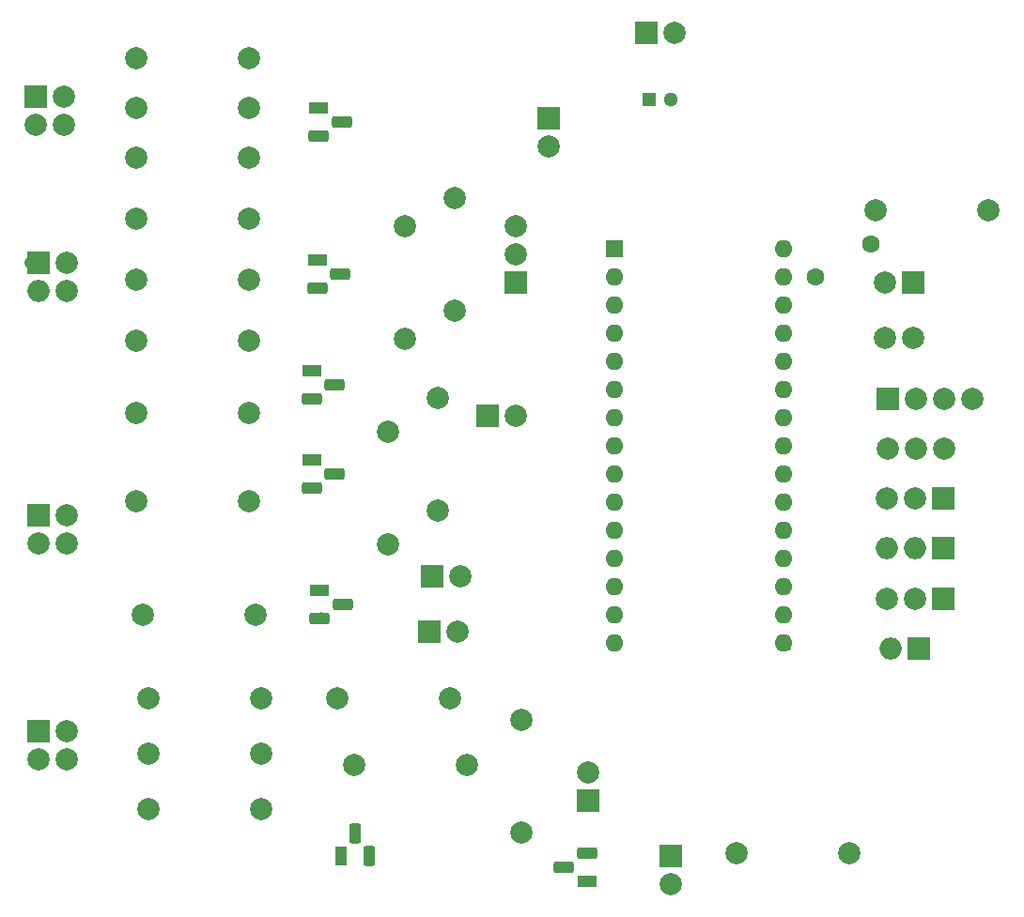
<source format=gbr>
%TF.GenerationSoftware,KiCad,Pcbnew,8.0.6*%
%TF.CreationDate,2024-12-04T16:16:46+01:00*%
%TF.ProjectId,smart home,736d6172-7420-4686-9f6d-652e6b696361,rev?*%
%TF.SameCoordinates,Original*%
%TF.FileFunction,Copper,L1,Top*%
%TF.FilePolarity,Positive*%
%FSLAX46Y46*%
G04 Gerber Fmt 4.6, Leading zero omitted, Abs format (unit mm)*
G04 Created by KiCad (PCBNEW 8.0.6) date 2024-12-04 16:16:46*
%MOMM*%
%LPD*%
G01*
G04 APERTURE LIST*
G04 Aperture macros list*
%AMRoundRect*
0 Rectangle with rounded corners*
0 $1 Rounding radius*
0 $2 $3 $4 $5 $6 $7 $8 $9 X,Y pos of 4 corners*
0 Add a 4 corners polygon primitive as box body*
4,1,4,$2,$3,$4,$5,$6,$7,$8,$9,$2,$3,0*
0 Add four circle primitives for the rounded corners*
1,1,$1+$1,$2,$3*
1,1,$1+$1,$4,$5*
1,1,$1+$1,$6,$7*
1,1,$1+$1,$8,$9*
0 Add four rect primitives between the rounded corners*
20,1,$1+$1,$2,$3,$4,$5,0*
20,1,$1+$1,$4,$5,$6,$7,0*
20,1,$1+$1,$6,$7,$8,$9,0*
20,1,$1+$1,$8,$9,$2,$3,0*%
G04 Aperture macros list end*
%TA.AperFunction,ComponentPad*%
%ADD10C,2.000000*%
%TD*%
%TA.AperFunction,ComponentPad*%
%ADD11R,2.000000X2.000000*%
%TD*%
%TA.AperFunction,ComponentPad*%
%ADD12R,1.800000X1.100000*%
%TD*%
%TA.AperFunction,ComponentPad*%
%ADD13RoundRect,0.275000X0.625000X-0.275000X0.625000X0.275000X-0.625000X0.275000X-0.625000X-0.275000X0*%
%TD*%
%TA.AperFunction,ComponentPad*%
%ADD14O,2.000000X2.000000*%
%TD*%
%TA.AperFunction,ComponentPad*%
%ADD15R,1.100000X1.800000*%
%TD*%
%TA.AperFunction,ComponentPad*%
%ADD16RoundRect,0.275000X-0.275000X-0.625000X0.275000X-0.625000X0.275000X0.625000X-0.275000X0.625000X0*%
%TD*%
%TA.AperFunction,ComponentPad*%
%ADD17RoundRect,0.275000X-0.625000X0.275000X-0.625000X-0.275000X0.625000X-0.275000X0.625000X0.275000X0*%
%TD*%
%TA.AperFunction,ComponentPad*%
%ADD18R,1.600000X1.600000*%
%TD*%
%TA.AperFunction,ComponentPad*%
%ADD19O,1.600000X1.600000*%
%TD*%
%TA.AperFunction,ComponentPad*%
%ADD20C,1.300000*%
%TD*%
%TA.AperFunction,ComponentPad*%
%ADD21R,1.300000X1.300000*%
%TD*%
%TA.AperFunction,ViaPad*%
%ADD22C,1.600000*%
%TD*%
%TA.AperFunction,Conductor*%
%ADD23C,0.500000*%
%TD*%
%TA.AperFunction,Conductor*%
%ADD24C,0.300000*%
%TD*%
%TA.AperFunction,Conductor*%
%ADD25C,1.000000*%
%TD*%
G04 APERTURE END LIST*
D10*
%TO.P,R9,1*%
%TO.N,Net-(RGB2-B)*%
X38280000Y-46230000D03*
%TO.P,R9,2*%
%TO.N,Net-(Q2-C)*%
X48440000Y-46230000D03*
%TD*%
D11*
%TO.P,RGB1,1*%
%TO.N,VCC*%
X29250000Y-35210000D03*
D10*
%TO.P,RGB1,2*%
%TO.N,Net-(RGB1-B)*%
X29250000Y-37750000D03*
%TO.P,RGB1,3*%
%TO.N,Net-(RGB1-R)*%
X31790000Y-35210000D03*
%TO.P,RGB1,4*%
%TO.N,Net-(RGB1-G)*%
X31790000Y-37750000D03*
%TD*%
%TO.P,R7,1*%
%TO.N,Net-(RGB2-R)*%
X38280000Y-57230000D03*
%TO.P,R7,2*%
%TO.N,Net-(Q2-C)*%
X48440000Y-57230000D03*
%TD*%
D11*
%TO.P,RGB4,1*%
%TO.N,VCC*%
X29460000Y-92460000D03*
D10*
%TO.P,RGB4,2*%
%TO.N,Net-(RGB4-B)*%
X29460000Y-95000000D03*
%TO.P,RGB4,3*%
%TO.N,Net-(RGB4-R)*%
X32000000Y-92460000D03*
%TO.P,RGB4,4*%
%TO.N,Net-(RGB4-G)*%
X32000000Y-95000000D03*
%TD*%
D12*
%TO.P,Q3,1,C*%
%TO.N,Net-(M1--)*%
X78900000Y-106040000D03*
D13*
%TO.P,Q3,2,B*%
%TO.N,Net-(Q3-B)*%
X76830000Y-104770000D03*
%TO.P,Q3,3,E*%
%TO.N,GND*%
X78900000Y-103500000D03*
%TD*%
D11*
%TO.P,SW6,1,A*%
%TO.N,GND*%
X108775000Y-85000000D03*
D14*
%TO.P,SW6,2,B*%
%TO.N,fan switch*%
X106235000Y-85000000D03*
%TD*%
D11*
%TO.P,M1,1,+*%
%TO.N,Net-(M1-+)*%
X86500000Y-103725000D03*
D10*
%TO.P,M1,2,-*%
%TO.N,Net-(M1--)*%
X86500000Y-106265000D03*
%TD*%
%TO.P,R20,1*%
%TO.N,LDR*%
X115080000Y-45500000D03*
%TO.P,R20,2*%
%TO.N,GND*%
X104920000Y-45500000D03*
%TD*%
D11*
%TO.P,BT1,1,+*%
%TO.N,VCC*%
X84225000Y-29500000D03*
D10*
%TO.P,BT1,2,-*%
%TO.N,GND*%
X86765000Y-29500000D03*
%TD*%
%TO.P,R6,1*%
%TO.N,Net-(RGB1-B)*%
X38280000Y-40730000D03*
%TO.P,R6,2*%
%TO.N,Net-(Q1-C)*%
X48440000Y-40730000D03*
%TD*%
%TO.P,R24,1*%
%TO.N,Net-(RGB2-G)*%
X38280000Y-51730000D03*
%TO.P,R24,2*%
%TO.N,Net-(Q2-C)*%
X48440000Y-51730000D03*
%TD*%
%TO.P,RV3B1,1,1*%
%TO.N,GND*%
X111080000Y-67000000D03*
%TO.P,RV3B1,2,3*%
%TO.N,R3-B*%
X106000000Y-67000000D03*
%TO.P,RV3B1,3,2*%
%TO.N,+5V*%
X108540000Y-67000000D03*
%TD*%
D15*
%TO.P,Q9,1,C*%
%TO.N,Net-(Q9-C)*%
X56730000Y-103760000D03*
D16*
%TO.P,Q9,2,B*%
%TO.N,Net-(Q9-B)*%
X58000000Y-101690000D03*
%TO.P,Q9,3,E*%
%TO.N,GND*%
X59270000Y-103760000D03*
%TD*%
D11*
%TO.P,LCD_20x1,1,SDA*%
%TO.N,SDA*%
X106000000Y-62500000D03*
D10*
%TO.P,LCD_20x1,2,SCL*%
%TO.N,SCL*%
X108540000Y-62500000D03*
%TO.P,LCD_20x1,3,Vcc*%
%TO.N,+5V*%
X111080000Y-62500000D03*
%TO.P,LCD_20x1,4,GND*%
%TO.N,GND*%
X113620000Y-62500000D03*
%TD*%
D11*
%TO.P,SW4,1,1*%
%TO.N,GND*%
X64725000Y-83500000D03*
D10*
%TO.P,SW4,2,2*%
%TO.N,C_button_2*%
X67265000Y-83500000D03*
%TD*%
D11*
%TO.P,SW1,1,A*%
%TO.N,GND*%
X64960000Y-78500000D03*
D10*
%TO.P,SW1,2,B*%
%TO.N,R2_S1*%
X67500000Y-78500000D03*
%TD*%
D12*
%TO.P,Q6,1,C*%
%TO.N,GND*%
X54100000Y-60000000D03*
D17*
%TO.P,Q6,2,B*%
%TO.N,Net-(Q6-B)*%
X56170000Y-61270000D03*
%TO.P,Q6,3,E*%
%TO.N,Net-(Q6-C)*%
X54100000Y-62540000D03*
%TD*%
D10*
%TO.P,R2,1*%
%TO.N,R1-enable*%
X62500000Y-57080000D03*
%TO.P,R2,2*%
%TO.N,Net-(Q2-B)*%
X62500000Y-46920000D03*
%TD*%
D11*
%TO.P,RGB3,1*%
%TO.N,VCC*%
X29500000Y-73000000D03*
D10*
%TO.P,RGB3,2*%
%TO.N,Net-(RGB3-B)*%
X29500000Y-75540000D03*
%TO.P,RGB3,3*%
%TO.N,Net-(RGB3-R)*%
X32040000Y-73000000D03*
%TO.P,RGB3,4*%
%TO.N,Net-(RGB3-G)*%
X32040000Y-75540000D03*
%TD*%
%TO.P,R1,1*%
%TO.N,R2-enable*%
X67000000Y-54580000D03*
%TO.P,R1,2*%
%TO.N,Net-(Q1-B)*%
X67000000Y-44420000D03*
%TD*%
%TO.P,R23,1*%
%TO.N,+5V*%
X108275000Y-57000000D03*
%TO.P,R23,2*%
%TO.N,LDR*%
X105735000Y-57000000D03*
%TD*%
D11*
%TO.P,RV3R1,1,1*%
%TO.N,GND*%
X111040000Y-76000000D03*
D14*
%TO.P,RV3R1,2,3*%
%TO.N,R3-R*%
X105960000Y-76000000D03*
%TO.P,RV3R1,3,2*%
%TO.N,+5V*%
X108500000Y-76000000D03*
%TD*%
D12*
%TO.P,Q7,1,C*%
%TO.N,Net-(Q7-C)*%
X54100000Y-68000000D03*
D17*
%TO.P,Q7,2,B*%
%TO.N,Net-(Q7-B)*%
X56170000Y-69270000D03*
%TO.P,Q7,3,E*%
%TO.N,GND*%
X54100000Y-70540000D03*
%TD*%
D12*
%TO.P,Q1,1,C*%
%TO.N,Net-(Q1-C)*%
X54740000Y-36230000D03*
D17*
%TO.P,Q1,2,B*%
%TO.N,Net-(Q1-B)*%
X56810000Y-37500000D03*
%TO.P,Q1,3,E*%
%TO.N,GND*%
X54740000Y-38770000D03*
%TD*%
D11*
%TO.P,RGB2,1*%
%TO.N,VCC*%
X29460000Y-50210000D03*
D14*
%TO.P,RGB2,2*%
%TO.N,Net-(RGB2-R)*%
X29460000Y-52750000D03*
D10*
%TO.P,RGB2,3*%
%TO.N,Net-(RGB2-B)*%
X32000000Y-50210000D03*
%TO.P,RGB2,4*%
%TO.N,Net-(RGB2-G)*%
X32000000Y-52750000D03*
%TD*%
%TO.P,R11,1*%
%TO.N,Net-(Q7-B)*%
X61000000Y-65420000D03*
%TO.P,R11,2*%
%TO.N,R3G enable*%
X61000000Y-75580000D03*
%TD*%
D11*
%TO.P,RV3G1,1,1*%
%TO.N,GND*%
X111025000Y-71500000D03*
D10*
%TO.P,RV3G1,2,3*%
%TO.N,R3-G*%
X105945000Y-71500000D03*
%TO.P,RV3G1,3,2*%
%TO.N,+5V*%
X108485000Y-71500000D03*
%TD*%
%TO.P,R13,1*%
%TO.N,Net-(RGB3-G)*%
X38280000Y-71730000D03*
%TO.P,R13,2*%
%TO.N,Net-(Q7-C)*%
X48440000Y-71730000D03*
%TD*%
%TO.P,R17,1*%
%TO.N,VCC*%
X102580000Y-103500000D03*
%TO.P,R17,2*%
%TO.N,Net-(M1-+)*%
X92420000Y-103500000D03*
%TD*%
D11*
%TO.P,SW2,1,A*%
%TO.N,GND*%
X79000000Y-98775000D03*
D10*
%TO.P,SW2,2,B*%
%TO.N,R2_S2*%
X79000000Y-96235000D03*
%TD*%
%TO.P,R15,1*%
%TO.N,Net-(Q8-C)*%
X49080000Y-82000000D03*
%TO.P,R15,2*%
%TO.N,Net-(RGB3-B)*%
X38920000Y-82000000D03*
%TD*%
%TO.P,R10,1*%
%TO.N,Net-(Q6-B)*%
X65500000Y-62420000D03*
%TO.P,R10,2*%
%TO.N,R3R enable*%
X65500000Y-72580000D03*
%TD*%
%TO.P,R19,1*%
%TO.N,Net-(RGB4-B)*%
X39420000Y-99500000D03*
%TO.P,R19,2*%
%TO.N,Net-(Q9-C)*%
X49580000Y-99500000D03*
%TD*%
D11*
%TO.P,HC\u2013SR505PIR1,1,GND(-)*%
%TO.N,GND*%
X72500000Y-52025000D03*
D10*
%TO.P,HC\u2013SR505PIR1,2,Signal_O/P(S)*%
%TO.N,MC_signal*%
X72500000Y-49485000D03*
%TO.P,HC\u2013SR505PIR1,3,Possitive_ps*%
%TO.N,VCC*%
X72500000Y-46945000D03*
%TD*%
D11*
%TO.P,SW5,1,1*%
%TO.N,GND*%
X75500000Y-37225000D03*
D10*
%TO.P,SW5,2,2*%
%TO.N,C_button_1*%
X75500000Y-39765000D03*
%TD*%
%TO.P,R16,1*%
%TO.N,Net-(Q9-B)*%
X57920000Y-95500000D03*
%TO.P,R16,2*%
%TO.N,MD_light_enable*%
X68080000Y-95500000D03*
%TD*%
D12*
%TO.P,Q8,1,C*%
%TO.N,GND*%
X54830000Y-79730000D03*
D17*
%TO.P,Q8,2,B*%
%TO.N,Net-(Q8-B)*%
X56900000Y-81000000D03*
%TO.P,Q8,3,E*%
%TO.N,Net-(Q8-C)*%
X54830000Y-82270000D03*
%TD*%
D10*
%TO.P,R8,1*%
%TO.N,Net-(RGB4-G)*%
X39420000Y-94500000D03*
%TO.P,R8,2*%
%TO.N,Net-(Q9-C)*%
X49580000Y-94500000D03*
%TD*%
D11*
%TO.P,SW7,1,1*%
%TO.N,GND*%
X69960000Y-64000000D03*
D10*
%TO.P,SW7,2,2*%
%TO.N,C_button_3*%
X72500000Y-64000000D03*
%TD*%
%TO.P,R12,1*%
%TO.N,Net-(RGB3-R)*%
X38280000Y-63730000D03*
%TO.P,R12,2*%
%TO.N,Net-(Q6-C)*%
X48440000Y-63730000D03*
%TD*%
D18*
%TO.P,A1,1,D1/TX*%
%TO.N,C_button_1*%
X81390000Y-48950000D03*
D19*
%TO.P,A1,2,D0/RX*%
%TO.N,MC_signal*%
X81390000Y-51490000D03*
%TO.P,A1,3,~{RESET}*%
%TO.N,unconnected-(A1-~{RESET}-Pad3)*%
X81390000Y-54030000D03*
%TO.P,A1,4,GND*%
%TO.N,GND*%
X81390000Y-56570000D03*
%TO.P,A1,5,D2*%
%TO.N,R2-enable*%
X81390000Y-59110000D03*
%TO.P,A1,6,D3*%
%TO.N,R1-enable*%
X81390000Y-61650000D03*
%TO.P,A1,7,D4*%
%TO.N,C_button_3*%
X81390000Y-64190000D03*
%TO.P,A1,8,D5*%
%TO.N,R3R enable*%
X81390000Y-66730000D03*
%TO.P,A1,9,D6*%
%TO.N,R3G enable*%
X81390000Y-69270000D03*
%TO.P,A1,10,D7*%
%TO.N,R2_S1*%
X81390000Y-71810000D03*
%TO.P,A1,11,D8*%
%TO.N,C_button_2*%
X81390000Y-74350000D03*
%TO.P,A1,12,D9*%
%TO.N,R3B enable*%
X81390000Y-76890000D03*
%TO.P,A1,13,D10*%
%TO.N,MD_light_enable*%
X81390000Y-79430000D03*
%TO.P,A1,14,D11*%
%TO.N,fan enable*%
X81390000Y-81970000D03*
%TO.P,A1,15,D12*%
%TO.N,R2_S2*%
X81390000Y-84510000D03*
%TO.P,A1,16,D13*%
%TO.N,fan switch*%
X96630000Y-84510000D03*
%TO.P,A1,17,3V3*%
%TO.N,unconnected-(A1-3V3-Pad17)*%
X96630000Y-81970000D03*
%TO.P,A1,18,AREF*%
%TO.N,unconnected-(A1-AREF-Pad18)*%
X96630000Y-79430000D03*
%TO.P,A1,19,A0*%
%TO.N,R1-D*%
X96630000Y-76890000D03*
%TO.P,A1,20,A1*%
%TO.N,R3-R*%
X96630000Y-74350000D03*
%TO.P,A1,21,A2*%
%TO.N,R3-G*%
X96630000Y-71810000D03*
%TO.P,A1,22,A3*%
%TO.N,R3-B*%
X96630000Y-69270000D03*
%TO.P,A1,23,A4*%
%TO.N,SDA*%
X96630000Y-66730000D03*
%TO.P,A1,24,A5*%
%TO.N,SCL*%
X96630000Y-64190000D03*
%TO.P,A1,25,A6*%
%TO.N,LDR*%
X96630000Y-61650000D03*
%TO.P,A1,26,A7*%
%TO.N,R3_S1*%
X96630000Y-59110000D03*
%TO.P,A1,27,+5V*%
%TO.N,+5V*%
X96630000Y-56570000D03*
%TO.P,A1,28,~{RESET}*%
%TO.N,unconnected-(A1-~{RESET}-Pad28)*%
X96630000Y-54030000D03*
%TO.P,A1,29,GND*%
%TO.N,GND*%
X96630000Y-51490000D03*
%TO.P,A1,30,VIN*%
%TO.N,VCC*%
X96630000Y-48950000D03*
%TD*%
D10*
%TO.P,R18,1*%
%TO.N,Net-(RGB4-R)*%
X39420000Y-89500000D03*
%TO.P,R18,2*%
%TO.N,Net-(Q9-C)*%
X49580000Y-89500000D03*
%TD*%
%TO.P,R3,1*%
%TO.N,fan enable*%
X73000000Y-91420000D03*
%TO.P,R3,2*%
%TO.N,Net-(Q3-B)*%
X73000000Y-101580000D03*
%TD*%
D11*
%TO.P,SW9,1,A*%
%TO.N,GND*%
X108275000Y-52000000D03*
D10*
%TO.P,SW9,2,B*%
%TO.N,R3_S1*%
X105735000Y-52000000D03*
%TD*%
%TO.P,R4,1*%
%TO.N,Net-(RGB1-R)*%
X38280000Y-31730000D03*
%TO.P,R4,2*%
%TO.N,Net-(Q1-C)*%
X48440000Y-31730000D03*
%TD*%
D20*
%TO.P,C1,*%
%TO.N,GND*%
X86500000Y-35500000D03*
D21*
%TO.P,C1,P*%
%TO.N,VCC*%
X84500000Y-35500000D03*
%TD*%
D10*
%TO.P,R14,1*%
%TO.N,Net-(Q8-B)*%
X56420000Y-89500000D03*
%TO.P,R14,2*%
%TO.N,R3B enable*%
X66580000Y-89500000D03*
%TD*%
D11*
%TO.P,RV1,1,1*%
%TO.N,GND*%
X111040000Y-80500000D03*
D10*
%TO.P,RV1,2,3*%
%TO.N,R1-D*%
X105960000Y-80500000D03*
%TO.P,RV1,3,2*%
%TO.N,+5V*%
X108500000Y-80500000D03*
%TD*%
D12*
%TO.P,Q2,1,C*%
%TO.N,GND*%
X54600000Y-50000000D03*
D17*
%TO.P,Q2,2,B*%
%TO.N,Net-(Q2-B)*%
X56670000Y-51270000D03*
%TO.P,Q2,2,E*%
%TO.N,Net-(Q2-C)*%
X54600000Y-52540000D03*
%TD*%
D10*
%TO.P,R5,1*%
%TO.N,Net-(RGB1-G)*%
X38280000Y-36280000D03*
%TO.P,R5,2*%
%TO.N,Net-(Q1-C)*%
X48440000Y-36280000D03*
%TD*%
D22*
%TO.N,GND*%
X104500000Y-48500000D03*
X99500000Y-51500000D03*
%TD*%
D23*
%TO.N,+5V*%
X108540000Y-71445000D02*
X108485000Y-71500000D01*
X108485000Y-75985000D02*
X108500000Y-76000000D01*
D24*
%TO.N,GND*%
X111025000Y-75985000D02*
X111040000Y-76000000D01*
X110500000Y-81000000D02*
X111000000Y-80500000D01*
X111000000Y-76040000D02*
X111040000Y-76000000D01*
D23*
%TO.N,R2_S1*%
X67225000Y-78235000D02*
X67460000Y-78000000D01*
D24*
%TO.N,SCL*%
X108920000Y-63000000D02*
X108920000Y-62920000D01*
%TO.N,R3-G*%
X96940000Y-71500000D02*
X96630000Y-71810000D01*
%TO.N,fan switch*%
X97120000Y-85000000D02*
X96630000Y-84510000D01*
D23*
%TO.N,VCC*%
X84225000Y-35225000D02*
X84500000Y-35500000D01*
D25*
X29460000Y-50210000D02*
X28710000Y-50210000D01*
D23*
X84225000Y-29500000D02*
X84112500Y-29612500D01*
%TO.N,Net-(Q1-C)*%
X55090000Y-36280000D02*
X55140000Y-36230000D01*
%TO.N,Net-(M1--)*%
X78500000Y-106040000D02*
X78725000Y-106265000D01*
%TO.N,Net-(Q3-B)*%
X77230000Y-104770000D02*
X77000000Y-105000000D01*
%TO.N,Net-(Q8-C)*%
X54960000Y-82000000D02*
X55230000Y-82270000D01*
%TO.N,Net-(Q9-B)*%
X58000000Y-102090000D02*
X57920000Y-102010000D01*
%TO.N,Net-(M1-+)*%
X92195000Y-103725000D02*
X92420000Y-103500000D01*
%TD*%
M02*

</source>
